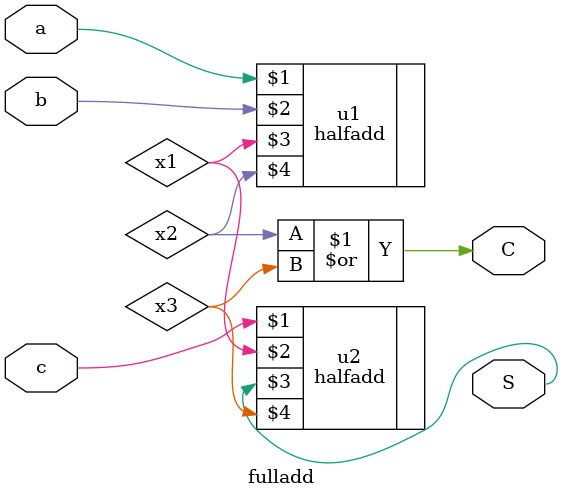
<source format=v>
`timescale 1ns / 1ps


module fulladd(
    input a,
    input b,
    input c,
    output S,
    output C
    );
    wire x1,x2,x3;
    halfadd u1(a,b,x1,x2);
    halfadd u2(c,x1,S,x3);
    or u3(C,x2,x3);
endmodule

</source>
